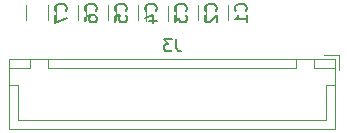
<source format=gbr>
%TF.GenerationSoftware,KiCad,Pcbnew,(6.0.5)*%
%TF.CreationDate,2022-10-17T22:48:42+09:00*%
%TF.ProjectId,line __,6c696e65-2071-4082-9e6b-696361645f70,rev?*%
%TF.SameCoordinates,Original*%
%TF.FileFunction,Legend,Bot*%
%TF.FilePolarity,Positive*%
%FSLAX46Y46*%
G04 Gerber Fmt 4.6, Leading zero omitted, Abs format (unit mm)*
G04 Created by KiCad (PCBNEW (6.0.5)) date 2022-10-17 22:48:42*
%MOMM*%
%LPD*%
G01*
G04 APERTURE LIST*
%ADD10C,0.150000*%
%ADD11C,0.120000*%
G04 APERTURE END LIST*
D10*
%TO.C,J3*%
X146383333Y-97485380D02*
X146383333Y-98199666D01*
X146430952Y-98342523D01*
X146526190Y-98437761D01*
X146669047Y-98485380D01*
X146764285Y-98485380D01*
X146002380Y-97485380D02*
X145383333Y-97485380D01*
X145716666Y-97866333D01*
X145573809Y-97866333D01*
X145478571Y-97913952D01*
X145430952Y-97961571D01*
X145383333Y-98056809D01*
X145383333Y-98294904D01*
X145430952Y-98390142D01*
X145478571Y-98437761D01*
X145573809Y-98485380D01*
X145859523Y-98485380D01*
X145954761Y-98437761D01*
X146002380Y-98390142D01*
%TO.C,C6*%
X139567142Y-95083333D02*
X139614761Y-95035714D01*
X139662380Y-94892857D01*
X139662380Y-94797619D01*
X139614761Y-94654761D01*
X139519523Y-94559523D01*
X139424285Y-94511904D01*
X139233809Y-94464285D01*
X139090952Y-94464285D01*
X138900476Y-94511904D01*
X138805238Y-94559523D01*
X138710000Y-94654761D01*
X138662380Y-94797619D01*
X138662380Y-94892857D01*
X138710000Y-95035714D01*
X138757619Y-95083333D01*
X138662380Y-95940476D02*
X138662380Y-95750000D01*
X138710000Y-95654761D01*
X138757619Y-95607142D01*
X138900476Y-95511904D01*
X139090952Y-95464285D01*
X139471904Y-95464285D01*
X139567142Y-95511904D01*
X139614761Y-95559523D01*
X139662380Y-95654761D01*
X139662380Y-95845238D01*
X139614761Y-95940476D01*
X139567142Y-95988095D01*
X139471904Y-96035714D01*
X139233809Y-96035714D01*
X139138571Y-95988095D01*
X139090952Y-95940476D01*
X139043333Y-95845238D01*
X139043333Y-95654761D01*
X139090952Y-95559523D01*
X139138571Y-95511904D01*
X139233809Y-95464285D01*
%TO.C,C3*%
X147187142Y-95103333D02*
X147234761Y-95055714D01*
X147282380Y-94912857D01*
X147282380Y-94817619D01*
X147234761Y-94674761D01*
X147139523Y-94579523D01*
X147044285Y-94531904D01*
X146853809Y-94484285D01*
X146710952Y-94484285D01*
X146520476Y-94531904D01*
X146425238Y-94579523D01*
X146330000Y-94674761D01*
X146282380Y-94817619D01*
X146282380Y-94912857D01*
X146330000Y-95055714D01*
X146377619Y-95103333D01*
X146282380Y-95436666D02*
X146282380Y-96055714D01*
X146663333Y-95722380D01*
X146663333Y-95865238D01*
X146710952Y-95960476D01*
X146758571Y-96008095D01*
X146853809Y-96055714D01*
X147091904Y-96055714D01*
X147187142Y-96008095D01*
X147234761Y-95960476D01*
X147282380Y-95865238D01*
X147282380Y-95579523D01*
X147234761Y-95484285D01*
X147187142Y-95436666D01*
%TO.C,C2*%
X149727142Y-95083333D02*
X149774761Y-95035714D01*
X149822380Y-94892857D01*
X149822380Y-94797619D01*
X149774761Y-94654761D01*
X149679523Y-94559523D01*
X149584285Y-94511904D01*
X149393809Y-94464285D01*
X149250952Y-94464285D01*
X149060476Y-94511904D01*
X148965238Y-94559523D01*
X148870000Y-94654761D01*
X148822380Y-94797619D01*
X148822380Y-94892857D01*
X148870000Y-95035714D01*
X148917619Y-95083333D01*
X148917619Y-95464285D02*
X148870000Y-95511904D01*
X148822380Y-95607142D01*
X148822380Y-95845238D01*
X148870000Y-95940476D01*
X148917619Y-95988095D01*
X149012857Y-96035714D01*
X149108095Y-96035714D01*
X149250952Y-95988095D01*
X149822380Y-95416666D01*
X149822380Y-96035714D01*
%TO.C,C7*%
X137027142Y-95083333D02*
X137074761Y-95035714D01*
X137122380Y-94892857D01*
X137122380Y-94797619D01*
X137074761Y-94654761D01*
X136979523Y-94559523D01*
X136884285Y-94511904D01*
X136693809Y-94464285D01*
X136550952Y-94464285D01*
X136360476Y-94511904D01*
X136265238Y-94559523D01*
X136170000Y-94654761D01*
X136122380Y-94797619D01*
X136122380Y-94892857D01*
X136170000Y-95035714D01*
X136217619Y-95083333D01*
X136122380Y-95416666D02*
X136122380Y-96083333D01*
X137122380Y-95654761D01*
%TO.C,C4*%
X144667142Y-95083333D02*
X144714761Y-95035714D01*
X144762380Y-94892857D01*
X144762380Y-94797619D01*
X144714761Y-94654761D01*
X144619523Y-94559523D01*
X144524285Y-94511904D01*
X144333809Y-94464285D01*
X144190952Y-94464285D01*
X144000476Y-94511904D01*
X143905238Y-94559523D01*
X143810000Y-94654761D01*
X143762380Y-94797619D01*
X143762380Y-94892857D01*
X143810000Y-95035714D01*
X143857619Y-95083333D01*
X144095714Y-95940476D02*
X144762380Y-95940476D01*
X143714761Y-95702380D02*
X144429047Y-95464285D01*
X144429047Y-96083333D01*
%TO.C,C5*%
X142107142Y-95083333D02*
X142154761Y-95035714D01*
X142202380Y-94892857D01*
X142202380Y-94797619D01*
X142154761Y-94654761D01*
X142059523Y-94559523D01*
X141964285Y-94511904D01*
X141773809Y-94464285D01*
X141630952Y-94464285D01*
X141440476Y-94511904D01*
X141345238Y-94559523D01*
X141250000Y-94654761D01*
X141202380Y-94797619D01*
X141202380Y-94892857D01*
X141250000Y-95035714D01*
X141297619Y-95083333D01*
X141202380Y-95988095D02*
X141202380Y-95511904D01*
X141678571Y-95464285D01*
X141630952Y-95511904D01*
X141583333Y-95607142D01*
X141583333Y-95845238D01*
X141630952Y-95940476D01*
X141678571Y-95988095D01*
X141773809Y-96035714D01*
X142011904Y-96035714D01*
X142107142Y-95988095D01*
X142154761Y-95940476D01*
X142202380Y-95845238D01*
X142202380Y-95607142D01*
X142154761Y-95511904D01*
X142107142Y-95464285D01*
%TO.C,C1*%
X152267142Y-95083333D02*
X152314761Y-95035714D01*
X152362380Y-94892857D01*
X152362380Y-94797619D01*
X152314761Y-94654761D01*
X152219523Y-94559523D01*
X152124285Y-94511904D01*
X151933809Y-94464285D01*
X151790952Y-94464285D01*
X151600476Y-94511904D01*
X151505238Y-94559523D01*
X151410000Y-94654761D01*
X151362380Y-94797619D01*
X151362380Y-94892857D01*
X151410000Y-95035714D01*
X151457619Y-95083333D01*
X152362380Y-96035714D02*
X152362380Y-95464285D01*
X152362380Y-95750000D02*
X151362380Y-95750000D01*
X151505238Y-95654761D01*
X151600476Y-95559523D01*
X151648095Y-95464285D01*
D11*
%TO.C,J3*%
X156550000Y-99133000D02*
X156550000Y-99883000D01*
X159850000Y-99133000D02*
X159850000Y-99883000D01*
X132240000Y-99123000D02*
X159860000Y-99123000D01*
X158050000Y-99883000D02*
X158050000Y-99133000D01*
X160150000Y-98833000D02*
X160150000Y-100083000D01*
X134050000Y-99883000D02*
X132250000Y-99883000D01*
X159860000Y-99123000D02*
X159860000Y-105093000D01*
X159100000Y-104333000D02*
X146050000Y-104333000D01*
X158900000Y-98833000D02*
X160150000Y-98833000D01*
X158050000Y-99133000D02*
X159850000Y-99133000D01*
X132250000Y-99883000D02*
X132250000Y-99133000D01*
X133000000Y-104333000D02*
X146050000Y-104333000D01*
X159850000Y-101383000D02*
X159100000Y-101383000D01*
X132240000Y-105093000D02*
X132240000Y-99123000D01*
X133000000Y-101383000D02*
X133000000Y-104333000D01*
X156550000Y-99883000D02*
X135550000Y-99883000D01*
X159850000Y-99883000D02*
X158050000Y-99883000D01*
X132250000Y-99133000D02*
X134050000Y-99133000D01*
X134050000Y-99133000D02*
X134050000Y-99883000D01*
X159100000Y-101383000D02*
X159100000Y-104333000D01*
X159860000Y-105093000D02*
X132240000Y-105093000D01*
X135550000Y-99883000D02*
X135550000Y-99133000D01*
X135550000Y-99133000D02*
X156550000Y-99133000D01*
X132250000Y-101383000D02*
X133000000Y-101383000D01*
%TO.C,C6*%
X136240000Y-95879000D02*
X136240000Y-94621000D01*
X138080000Y-95879000D02*
X138080000Y-94621000D01*
%TO.C,C3*%
X143860000Y-95899000D02*
X143860000Y-94641000D01*
X145700000Y-95899000D02*
X145700000Y-94641000D01*
%TO.C,C2*%
X146400000Y-95879000D02*
X146400000Y-94621000D01*
X148240000Y-95879000D02*
X148240000Y-94621000D01*
%TO.C,C7*%
X135540000Y-95879000D02*
X135540000Y-94621000D01*
X133700000Y-95879000D02*
X133700000Y-94621000D01*
%TO.C,C4*%
X141340000Y-95879000D02*
X141340000Y-94621000D01*
X143180000Y-95879000D02*
X143180000Y-94621000D01*
%TO.C,C5*%
X138780000Y-95879000D02*
X138780000Y-94621000D01*
X140620000Y-95879000D02*
X140620000Y-94621000D01*
%TO.C,C1*%
X148940000Y-95879000D02*
X148940000Y-94621000D01*
X150780000Y-95879000D02*
X150780000Y-94621000D01*
%TD*%
M02*

</source>
